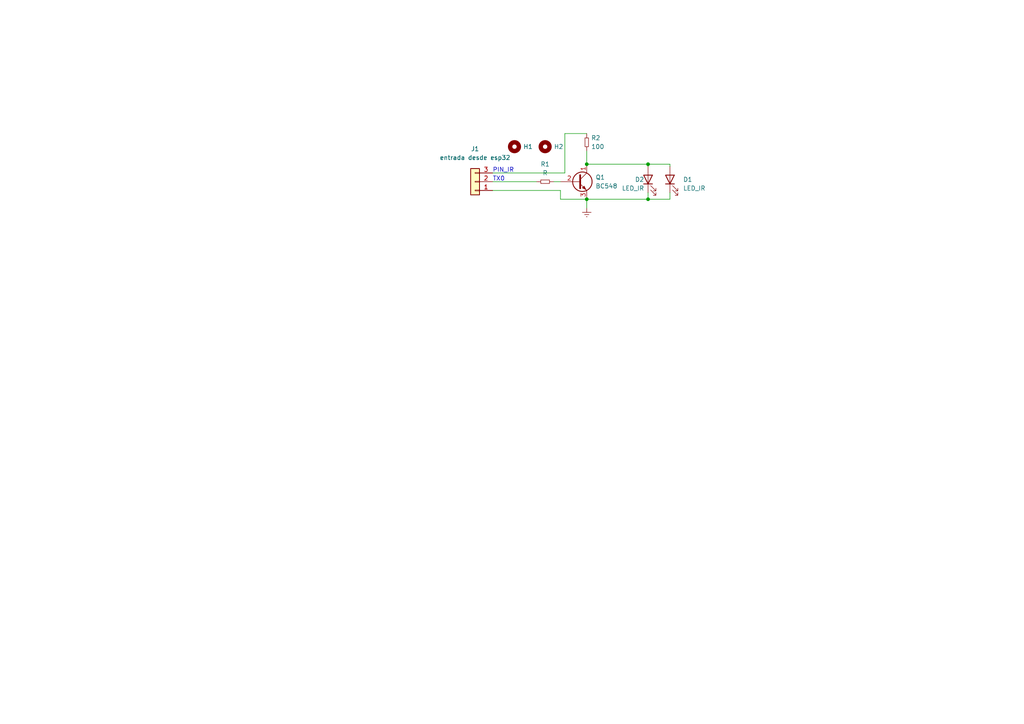
<source format=kicad_sch>
(kicad_sch (version 20211123) (generator eeschema)
  (paper "A4")
  (lib_symbols
    (symbol "Connector_Generic:Conn_01x03" (pin_names (offset 1.016) hide)
      (property "Reference" "J" (at 0 5.08 0))
      (property "Value" "Conn_01x03" (at 0 -5.08 0))
      (symbol "Conn_01x03_1_1"
        (rectangle (start -1.27 -2.413) (end 0 -2.667) (stroke (width 0.1524)))
        (rectangle (start -1.27 0.127) (end 0 -0.127) (stroke (width 0.1524)))
        (rectangle (start -1.27 2.667) (end 0 2.413) (stroke (width 0.1524)))
        (rectangle (start -1.27 3.81) (end 1.27 -3.81) (stroke (width 0.254)) (fill (type background)))
        (pin passive line (at -5.08 2.54 0) (length 3.81) (name "Pin_1") (number "1"))
        (pin passive line (at -5.08 0 0) (length 3.81) (name "Pin_2") (number "2"))
        (pin passive line (at -5.08 -2.54 0) (length 3.81) (name "Pin_3") (number "3"))
      )
    )
    (symbol "Device:LED" (pin_numbers hide) (pin_names (offset 1.016) hide)
      (property "Reference" "D" (at 0 2.54 0))
      (property "Value" "LED" (at 0 -2.54 0))
      (symbol "LED_0_1"
        (polyline (pts (xy -1.27 -1.27) (xy -1.27 1.27)) (stroke (width 0.254)))
        (polyline (pts (xy -1.27 0) (xy 1.27 0)))
        (polyline (pts (xy 1.27 -1.27) (xy 1.27 1.27) (xy -1.27 0) (xy 1.27 -1.27)) (stroke (width 0.254)))
        (polyline (pts (xy -3.048 -0.762) (xy -4.572 -2.286) (xy -3.81 -2.286) (xy -4.572 -2.286) (xy -4.572 -1.524)))
        (polyline (pts (xy -1.778 -0.762) (xy -3.302 -2.286) (xy -2.54 -2.286) (xy -3.302 -2.286) (xy -3.302 -1.524)))
      )
      (symbol "LED_1_1"
        (pin passive line (at -3.81 0 0) (length 2.54) (name "K") (number "1"))
        (pin passive line (at 3.81 0 180) (length 2.54) (name "A") (number "2"))
      )
    )
    (symbol "EESTN5:Mounting_Hole" (pin_names (offset 1.016))
      (property "Reference" "H" (at 0 5.08 0))
      (symbol "Mounting_Hole_0_1"
        (circle (center 0 0) (radius 1.27) (stroke (width 1.27)))
      )
    )
    (symbol "EESTN5:R" (pin_numbers hide) (pin_names (offset 0))
      (property "Reference" "R" (at -1.27 0 90))
      (property "Value" "R" (at 1.27 0 90))
      (symbol "R_0_1"
        (rectangle (start 0.508 1.27) (end -0.508 -1.27))
      )
      (symbol "R_1_1"
        (pin passive line (at 0 2.54 270) (length 1.27) (name "~") (number "1"))
        (pin passive line (at 0 -2.54 90) (length 1.27) (name "~") (number "2"))
      )
    )
    (symbol "Transistor_BJT:BC548" (pin_names (offset 0) hide)
      (property "Reference" "Q" (at 5.08 1.905 0))
      (property "Value" "BC548" (at 5.08 0 0))
      (symbol "BC548_0_1"
        (polyline (pts (xy 0 0) (xy 0.635 0)))
        (polyline (pts (xy 0.635 0.635) (xy 2.54 2.54)))
        (polyline (pts (xy 0.635 -0.635) (xy 2.54 -2.54) (xy 2.54 -2.54)))
        (polyline (pts (xy 0.635 1.905) (xy 0.635 -1.905) (xy 0.635 -1.905)) (stroke (width 0.508)))
        (polyline (pts (xy 1.27 -1.778) (xy 1.778 -1.27) (xy 2.286 -2.286) (xy 1.27 -1.778) (xy 1.27 -1.778)) (fill (type outline)))
        (circle (center 1.27 0) (radius 2.8194) (stroke (width 0.254)))
      )
      (symbol "BC548_1_1"
        (pin passive line (at 2.54 5.08 270) (length 2.54) (name "C") (number "1"))
        (pin input line (at -5.08 0 0) (length 5.08) (name "B") (number "2"))
        (pin passive line (at 2.54 -5.08 90) (length 2.54) (name "E") (number "3"))
      )
    )
    (symbol "power:Earth" (power) (pin_names (offset 0))
      (symbol "Earth_0_1"
        (polyline (pts (xy -0.635 -1.905) (xy 0.635 -1.905)))
        (polyline (pts (xy -0.127 -2.54) (xy 0.127 -2.54)))
        (polyline (pts (xy 0 -1.27) (xy 0 0)))
        (polyline (pts (xy 1.27 -1.27) (xy -1.27 -1.27)))
      )
      (symbol "Earth_1_1"
        (pin power_in line (at 0 0 270) (length 0) hide (name "Earth") (number "1"))
      )
    )
  )
  (junction (at 187.96 57.785))
  (junction (at 170.18 47.625))
  (junction (at 187.96 47.625))
  (junction (at 170.18 57.785))
  (wire (pts (xy 163.83 38.735) (xy 170.18 38.735)))
  (wire (pts (xy 187.96 57.785) (xy 187.96 55.88)))
  (wire (pts (xy 170.18 43.815) (xy 170.18 47.625)))
  (wire (pts (xy 162.56 57.785) (xy 170.18 57.785)))
  (wire (pts (xy 194.31 57.785) (xy 194.31 55.88)))
  (wire (pts (xy 194.31 47.625) (xy 187.96 47.625)))
  (wire (pts (xy 142.875 52.705) (xy 155.575 52.705)))
  (wire (pts (xy 187.96 47.625) (xy 170.18 47.625)))
  (wire (pts (xy 160.655 52.705) (xy 162.56 52.705)))
  (wire (pts (xy 187.96 48.26) (xy 187.96 47.625)))
  (wire (pts (xy 170.18 57.785) (xy 187.96 57.785)))
  (wire (pts (xy 162.56 55.245) (xy 162.56 57.785)))
  (wire (pts (xy 170.18 60.325) (xy 170.18 57.785)))
  (wire (pts (xy 194.31 48.26) (xy 194.31 47.625)))
  (wire (pts (xy 142.875 50.165) (xy 163.83 50.165)))
  (wire (pts (xy 142.875 55.245) (xy 162.56 55.245)))
  (wire (pts (xy 187.96 57.785) (xy 194.31 57.785)))
  (wire (pts (xy 163.83 50.165) (xy 163.83 38.735)))
  (text "TX0\n" (at 142.875 52.705 0) (effects (font (size 1.27 1.27)) (justify left bottom)))
  (text "PIN_IR\n" (at 142.875 50.165 0) (effects (font (size 1.27 1.27)) (justify left bottom)))
  (symbol (lib_id "power:Earth") (at 170.18 60.325 0) (unit 1)
    (property "Reference" "#PWR0101" (effects hide))
    (property "Value" "Earth" (effects hide))
  )
  (symbol (lib_id "EESTN5:Mounting_Hole") (at 149.225 42.545 0) (unit 1)
    (property "Reference" "H1" (at 151.765 42.5449 0) (effects (justify left)))
    (property "Value" "Mounting_Hole" (effects hide))
    (property "Footprint" "EESTN5:hole_2mm" (effects hide))
  )
  (symbol (lib_id "EESTN5:R") (at 158.115 52.705 90) (unit 1)
    (property "Reference" "R1" (at 158.115 47.625 90))
    (property "Value" "R" (at 158.115 50.165 90))
    (property "Footprint" "EESTN5:RES0.3" (effects hide))
  )
  (symbol (lib_id "Transistor_BJT:BC548") (at 167.64 52.705 0) (unit 1)
    (property "Reference" "Q1" (at 172.72 51.4349 0) (effects (justify left)))
    (property "Value" "BC548" (at 172.72 53.9749 0) (effects (justify left)))
    (property "Footprint" "EESTN5:Pin_Header_3" (effects hide))
    (property "Datasheet" "https://www.onsemi.com/pub/Collateral/BC550-D.pdf" (effects hide))
  )
  (symbol (lib_id "EESTN5:R") (at 170.18 41.275 0) (unit 1)
    (property "Reference" "R2" (at 171.45 40.0049 0) (effects (justify left)))
    (property "Value" "100" (at 171.45 42.5449 0) (effects (justify left)))
    (property "Footprint" "EESTN5:RES0.3" (effects hide))
  )
  (symbol (lib_id "Connector_Generic:Conn_01x03") (at 137.795 52.705 180) (unit 1)
    (property "Reference" "J1" (at 137.795 43.18 0))
    (property "Value" "entrada desde esp32" (at 137.795 45.72 0))
    (property "Footprint" "Connector_JST:JST_EH_B3B-EH-A_1x03_P2.50mm_Vertical" (effects hide))
  )
  (symbol (lib_id "Device:LED") (at 194.31 52.07 90) (unit 1)
    (property "Reference" "D1" (at 198.12 52.07 90) (effects (justify right)))
    (property "Value" "LED_IR" (at 198.12 54.61 90) (effects (justify right)))
    (property "Footprint" "EESTN5:led_5mm_clear" (effects hide))
  )
  (symbol (lib_id "Device:LED") (at 187.96 52.07 90) (unit 1)
    (property "Reference" "D2" (at 184.15 52.07 90) (effects (justify right)))
    (property "Value" "LED_IR" (at 180.34 54.61 90) (effects (justify right)))
    (property "Footprint" "EESTN5:led_5mm_clear" (effects hide))
  )
  (symbol (lib_id "EESTN5:Mounting_Hole") (at 158.115 42.545 0) (unit 1)
    (property "Reference" "H2" (at 160.655 42.5449 0) (effects (justify left)))
    (property "Value" "Mounting_Hole" (effects hide))
    (property "Footprint" "EESTN5:hole_2mm" (effects hide))
  )
)
</source>
